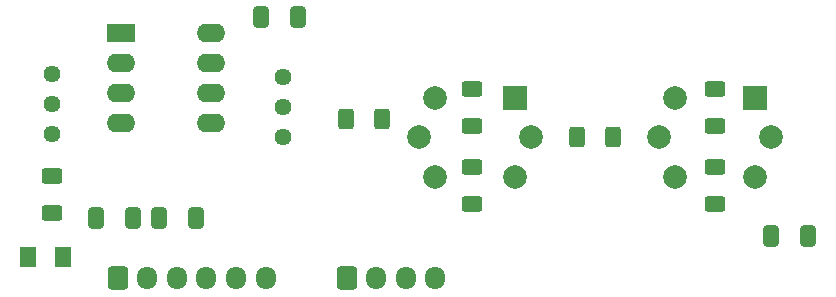
<source format=gbr>
%TF.GenerationSoftware,KiCad,Pcbnew,(6.0.4)*%
%TF.CreationDate,2022-06-03T19:19:18-06:00*%
%TF.ProjectId,Gas_Sensor_Module,4761735f-5365-46e7-936f-725f4d6f6475,rev?*%
%TF.SameCoordinates,Original*%
%TF.FileFunction,Soldermask,Top*%
%TF.FilePolarity,Negative*%
%FSLAX46Y46*%
G04 Gerber Fmt 4.6, Leading zero omitted, Abs format (unit mm)*
G04 Created by KiCad (PCBNEW (6.0.4)) date 2022-06-03 19:19:18*
%MOMM*%
%LPD*%
G01*
G04 APERTURE LIST*
G04 Aperture macros list*
%AMRoundRect*
0 Rectangle with rounded corners*
0 $1 Rounding radius*
0 $2 $3 $4 $5 $6 $7 $8 $9 X,Y pos of 4 corners*
0 Add a 4 corners polygon primitive as box body*
4,1,4,$2,$3,$4,$5,$6,$7,$8,$9,$2,$3,0*
0 Add four circle primitives for the rounded corners*
1,1,$1+$1,$2,$3*
1,1,$1+$1,$4,$5*
1,1,$1+$1,$6,$7*
1,1,$1+$1,$8,$9*
0 Add four rect primitives between the rounded corners*
20,1,$1+$1,$2,$3,$4,$5,0*
20,1,$1+$1,$4,$5,$6,$7,0*
20,1,$1+$1,$6,$7,$8,$9,0*
20,1,$1+$1,$8,$9,$2,$3,0*%
G04 Aperture macros list end*
%ADD10R,2.400000X1.600000*%
%ADD11O,2.400000X1.600000*%
%ADD12O,1.700000X1.950000*%
%ADD13RoundRect,0.250000X-0.600000X-0.725000X0.600000X-0.725000X0.600000X0.725000X-0.600000X0.725000X0*%
%ADD14RoundRect,0.250000X0.412500X0.650000X-0.412500X0.650000X-0.412500X-0.650000X0.412500X-0.650000X0*%
%ADD15RoundRect,0.250000X-0.412500X-0.650000X0.412500X-0.650000X0.412500X0.650000X-0.412500X0.650000X0*%
%ADD16RoundRect,0.250000X-0.625000X0.400000X-0.625000X-0.400000X0.625000X-0.400000X0.625000X0.400000X0*%
%ADD17C,1.440000*%
%ADD18RoundRect,0.250001X0.462499X0.624999X-0.462499X0.624999X-0.462499X-0.624999X0.462499X-0.624999X0*%
%ADD19RoundRect,0.250000X0.400000X0.625000X-0.400000X0.625000X-0.400000X-0.625000X0.400000X-0.625000X0*%
%ADD20RoundRect,0.250000X0.625000X-0.400000X0.625000X0.400000X-0.625000X0.400000X-0.625000X-0.400000X0*%
%ADD21R,2.000000X2.000000*%
%ADD22C,2.000000*%
G04 APERTURE END LIST*
D10*
%TO.C,LM358*%
X164069000Y-49540000D03*
D11*
X164069000Y-52080000D03*
X164069000Y-54620000D03*
X164069000Y-57160000D03*
X171689000Y-57160000D03*
X171689000Y-54620000D03*
X171689000Y-52080000D03*
X171689000Y-49540000D03*
%TD*%
D12*
%TO.C,J1*%
X176330000Y-70358000D03*
X173830000Y-70358000D03*
X171330000Y-70358000D03*
X168830000Y-70358000D03*
X166330000Y-70358000D03*
D13*
X163830000Y-70358000D03*
%TD*%
%TO.C,J2*%
X183193995Y-70312001D03*
D12*
X185693995Y-70312001D03*
X188193995Y-70312001D03*
X190693995Y-70312001D03*
%TD*%
D14*
%TO.C,C4*%
X222288500Y-66802000D03*
X219163500Y-66802000D03*
%TD*%
D15*
%TO.C,C3*%
X175983500Y-48260000D03*
X179108500Y-48260000D03*
%TD*%
D16*
%TO.C,R1*%
X158242000Y-61696000D03*
X158242000Y-64796000D03*
%TD*%
D17*
%TO.C,POT2*%
X177800000Y-53330000D03*
X177800000Y-55870000D03*
X177800000Y-58410000D03*
%TD*%
D16*
%TO.C,R6*%
X193802000Y-64034000D03*
X193802000Y-60934000D03*
%TD*%
D18*
%TO.C,D1*%
X159221500Y-68580000D03*
X156246500Y-68580000D03*
%TD*%
D19*
%TO.C,R7*%
X186208000Y-56896000D03*
X183108000Y-56896000D03*
%TD*%
D14*
%TO.C,C1*%
X165138500Y-65278000D03*
X162013500Y-65278000D03*
%TD*%
D19*
%TO.C,R4*%
X205766000Y-58420000D03*
X202666000Y-58420000D03*
%TD*%
D20*
%TO.C,R5*%
X193802000Y-54330000D03*
X193802000Y-57430000D03*
%TD*%
D15*
%TO.C,C2*%
X167347500Y-65278000D03*
X170472500Y-65278000D03*
%TD*%
D16*
%TO.C,R3*%
X214376000Y-60934000D03*
X214376000Y-64034000D03*
%TD*%
D17*
%TO.C,POT1*%
X158242000Y-53075992D03*
X158242000Y-55615992D03*
X158242000Y-58155992D03*
%TD*%
D20*
%TO.C,R2*%
X214376000Y-57430000D03*
X214376000Y-54330000D03*
%TD*%
D21*
%TO.C,MQ135*%
X217735988Y-55060012D03*
D22*
X219125988Y-58420012D03*
X217735988Y-61780012D03*
X211015988Y-61780012D03*
X209625988Y-58420012D03*
X211015988Y-55060012D03*
%TD*%
%TO.C,MQ2*%
X190696000Y-55060000D03*
X189306000Y-58420000D03*
X190696000Y-61780000D03*
X197416000Y-61780000D03*
X198806000Y-58420000D03*
D21*
X197416000Y-55060000D03*
%TD*%
M02*

</source>
